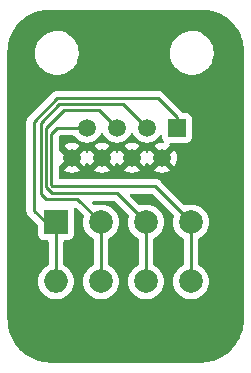
<source format=gbr>
%TF.GenerationSoftware,KiCad,Pcbnew,7.0.9*%
%TF.CreationDate,2024-01-22T18:23:32+13:00*%
%TF.ProjectId,rj45_breakout,726a3435-5f62-4726-9561-6b6f75742e6b,rev?*%
%TF.SameCoordinates,Original*%
%TF.FileFunction,Copper,L1,Top*%
%TF.FilePolarity,Positive*%
%FSLAX46Y46*%
G04 Gerber Fmt 4.6, Leading zero omitted, Abs format (unit mm)*
G04 Created by KiCad (PCBNEW 7.0.9) date 2024-01-22 18:23:32*
%MOMM*%
%LPD*%
G01*
G04 APERTURE LIST*
%TA.AperFunction,ComponentPad*%
%ADD10R,1.500000X1.500000*%
%TD*%
%TA.AperFunction,ComponentPad*%
%ADD11C,1.500000*%
%TD*%
%TA.AperFunction,ComponentPad*%
%ADD12R,2.000000X2.000000*%
%TD*%
%TA.AperFunction,ComponentPad*%
%ADD13O,2.000000X2.000000*%
%TD*%
%TA.AperFunction,ComponentPad*%
%ADD14C,2.000000*%
%TD*%
%TA.AperFunction,Conductor*%
%ADD15C,0.250000*%
%TD*%
G04 APERTURE END LIST*
D10*
%TO.P,J1,1*%
%TO.N,Net-(J2-Pin_1)*%
X53350000Y-37000000D03*
D11*
%TO.P,J1,2*%
%TO.N,GND*%
X52080000Y-39540000D03*
%TO.P,J1,3*%
%TO.N,Net-(J2-Pin_2)*%
X50810000Y-37000000D03*
%TO.P,J1,4*%
%TO.N,GND*%
X49540000Y-39540000D03*
%TO.P,J1,5*%
%TO.N,Net-(J2-Pin_3)*%
X48270000Y-37000000D03*
%TO.P,J1,6*%
%TO.N,GND*%
X47000000Y-39540000D03*
%TO.P,J1,7*%
%TO.N,Net-(J2-Pin_4)*%
X45730000Y-37000000D03*
%TO.P,J1,8*%
%TO.N,GND*%
X44460000Y-39540000D03*
%TD*%
D12*
%TO.P,J2,1,Pin_1*%
%TO.N,Net-(J2-Pin_1)*%
X43110000Y-44996200D03*
D13*
X43110000Y-50000000D03*
D14*
%TO.P,J2,2,Pin_2*%
%TO.N,Net-(J2-Pin_2)*%
X46920000Y-44996200D03*
X46920000Y-50000000D03*
%TO.P,J2,3,Pin_3*%
%TO.N,Net-(J2-Pin_3)*%
X50730000Y-44996200D03*
X50730000Y-50000000D03*
%TO.P,J2,4,Pin_4*%
%TO.N,Net-(J2-Pin_4)*%
X54540000Y-44996200D03*
X54540000Y-50000000D03*
%TD*%
D15*
%TO.N,Net-(J2-Pin_1)*%
X41230000Y-36500000D02*
X41230000Y-44000000D01*
X53350000Y-36120000D02*
X51730000Y-34500000D01*
X42226200Y-44996200D02*
X43110000Y-44996200D01*
X43230000Y-34500000D02*
X41230000Y-36500000D01*
X41230000Y-44000000D02*
X42226200Y-44996200D01*
X51730000Y-34500000D02*
X43230000Y-34500000D01*
X53350000Y-37000000D02*
X53350000Y-36120000D01*
X43110000Y-44996200D02*
X43110000Y-50000000D01*
%TO.N,Net-(J2-Pin_2)*%
X41798198Y-42568198D02*
X42230000Y-43000000D01*
X42230000Y-43000000D02*
X44923800Y-43000000D01*
X43366396Y-35000000D02*
X41798198Y-36568198D01*
X44923800Y-43000000D02*
X46920000Y-44996200D01*
X48810000Y-35000000D02*
X43366396Y-35000000D01*
X46920000Y-44996200D02*
X46920000Y-50000000D01*
X50810000Y-37000000D02*
X48810000Y-35000000D01*
X41798198Y-36568198D02*
X41798198Y-42568198D01*
%TO.N,Net-(J2-Pin_3)*%
X48283800Y-42550000D02*
X50730000Y-44996200D01*
X50730000Y-44996200D02*
X50730000Y-50000000D01*
X42730000Y-42500000D02*
X42730000Y-42550000D01*
X42248198Y-42018198D02*
X42730000Y-42500000D01*
X46720000Y-35450000D02*
X43780000Y-35450000D01*
X42730000Y-42550000D02*
X48283800Y-42550000D01*
X42248198Y-36981802D02*
X42248198Y-42018198D01*
X48270000Y-37000000D02*
X46720000Y-35450000D01*
X43780000Y-35450000D02*
X42248198Y-36981802D01*
%TO.N,Net-(J2-Pin_4)*%
X51475602Y-41931802D02*
X54540000Y-44996200D01*
X54540000Y-44996200D02*
X54540000Y-50000000D01*
X45730000Y-37000000D02*
X43198198Y-37000000D01*
X42698198Y-37500000D02*
X42698198Y-41831802D01*
X42698198Y-41831802D02*
X42798198Y-41931802D01*
X43198198Y-37000000D02*
X42698198Y-37500000D01*
X42798198Y-41931802D02*
X51475602Y-41931802D01*
%TD*%
%TA.AperFunction,Conductor*%
%TO.N,GND*%
G36*
X49607865Y-37425041D02*
G01*
X49652381Y-37476414D01*
X49722898Y-37627639D01*
X49848402Y-37806877D01*
X50003123Y-37961598D01*
X50182361Y-38087102D01*
X50380670Y-38179575D01*
X50592023Y-38236207D01*
X50774926Y-38252208D01*
X50809998Y-38255277D01*
X50810000Y-38255277D01*
X50810002Y-38255277D01*
X50838254Y-38252805D01*
X51027977Y-38236207D01*
X51239330Y-38179575D01*
X51437639Y-38087102D01*
X51616877Y-37961598D01*
X51771598Y-37806877D01*
X51873928Y-37660734D01*
X51928502Y-37617112D01*
X51998000Y-37609918D01*
X52060355Y-37641441D01*
X52095769Y-37701670D01*
X52099500Y-37731858D01*
X52099500Y-37797869D01*
X52099501Y-37797876D01*
X52105908Y-37857483D01*
X52156202Y-37992328D01*
X52156204Y-37992331D01*
X52229975Y-38090877D01*
X52254393Y-38156339D01*
X52239542Y-38224612D01*
X52190137Y-38274018D01*
X52121865Y-38288871D01*
X52119904Y-38288715D01*
X52080005Y-38285225D01*
X52079999Y-38285225D01*
X51862115Y-38304287D01*
X51862105Y-38304289D01*
X51650849Y-38360894D01*
X51650840Y-38360898D01*
X51452614Y-38453332D01*
X51452612Y-38453333D01*
X51390428Y-38496875D01*
X51390427Y-38496875D01*
X52053553Y-39160000D01*
X52048514Y-39160000D01*
X51954908Y-39175620D01*
X51843372Y-39235980D01*
X51757478Y-39329286D01*
X51706535Y-39445426D01*
X51700821Y-39514373D01*
X51036875Y-38850427D01*
X51036875Y-38850428D01*
X50993333Y-38912612D01*
X50993332Y-38912614D01*
X50922382Y-39064767D01*
X50876209Y-39117206D01*
X50809016Y-39136358D01*
X50742135Y-39116142D01*
X50697618Y-39064767D01*
X50626668Y-38912615D01*
X50583123Y-38850428D01*
X49923808Y-39509742D01*
X49923938Y-39508186D01*
X49892805Y-39385245D01*
X49823441Y-39279075D01*
X49723361Y-39201179D01*
X49603411Y-39160000D01*
X49566448Y-39160000D01*
X50229572Y-38496875D01*
X50229571Y-38496873D01*
X50167391Y-38453335D01*
X49969159Y-38360898D01*
X49969150Y-38360894D01*
X49757894Y-38304289D01*
X49757884Y-38304287D01*
X49540001Y-38285225D01*
X49539999Y-38285225D01*
X49322115Y-38304287D01*
X49322105Y-38304289D01*
X49110849Y-38360894D01*
X49110840Y-38360898D01*
X48912614Y-38453332D01*
X48912612Y-38453333D01*
X48850428Y-38496875D01*
X48850427Y-38496875D01*
X49513553Y-39160000D01*
X49508514Y-39160000D01*
X49414908Y-39175620D01*
X49303372Y-39235980D01*
X49217478Y-39329286D01*
X49166535Y-39445426D01*
X49160821Y-39514373D01*
X48496875Y-38850427D01*
X48496875Y-38850428D01*
X48453333Y-38912612D01*
X48453332Y-38912614D01*
X48382382Y-39064767D01*
X48336209Y-39117206D01*
X48269016Y-39136358D01*
X48202135Y-39116142D01*
X48157618Y-39064767D01*
X48086668Y-38912615D01*
X48043123Y-38850428D01*
X47383808Y-39509742D01*
X47383938Y-39508186D01*
X47352805Y-39385245D01*
X47283441Y-39279075D01*
X47183361Y-39201179D01*
X47063411Y-39160000D01*
X47026448Y-39160000D01*
X47689572Y-38496875D01*
X47689571Y-38496873D01*
X47627391Y-38453335D01*
X47429159Y-38360898D01*
X47429150Y-38360894D01*
X47217894Y-38304289D01*
X47217884Y-38304287D01*
X47000001Y-38285225D01*
X46999999Y-38285225D01*
X46782115Y-38304287D01*
X46782105Y-38304289D01*
X46570849Y-38360894D01*
X46570840Y-38360898D01*
X46372614Y-38453332D01*
X46372612Y-38453333D01*
X46310428Y-38496875D01*
X46310427Y-38496875D01*
X46973553Y-39160000D01*
X46968514Y-39160000D01*
X46874908Y-39175620D01*
X46763372Y-39235980D01*
X46677478Y-39329286D01*
X46626535Y-39445426D01*
X46620821Y-39514373D01*
X45956875Y-38850427D01*
X45956875Y-38850428D01*
X45913333Y-38912612D01*
X45913332Y-38912614D01*
X45842382Y-39064767D01*
X45796209Y-39117206D01*
X45729016Y-39136358D01*
X45662135Y-39116142D01*
X45617618Y-39064767D01*
X45546668Y-38912615D01*
X45503123Y-38850428D01*
X44843808Y-39509742D01*
X44843938Y-39508186D01*
X44812805Y-39385245D01*
X44743441Y-39279075D01*
X44643361Y-39201179D01*
X44523411Y-39160000D01*
X44486448Y-39160000D01*
X45149572Y-38496875D01*
X45149571Y-38496873D01*
X45087391Y-38453335D01*
X44889159Y-38360898D01*
X44889150Y-38360894D01*
X44677894Y-38304289D01*
X44677884Y-38304287D01*
X44460001Y-38285225D01*
X44459999Y-38285225D01*
X44242115Y-38304287D01*
X44242105Y-38304289D01*
X44030849Y-38360894D01*
X44030840Y-38360898D01*
X43832614Y-38453332D01*
X43832612Y-38453333D01*
X43770428Y-38496875D01*
X43770427Y-38496875D01*
X44433553Y-39160000D01*
X44428514Y-39160000D01*
X44334908Y-39175620D01*
X44223372Y-39235980D01*
X44137478Y-39329286D01*
X44086535Y-39445426D01*
X44080821Y-39514373D01*
X43401845Y-38835397D01*
X43390003Y-38833017D01*
X43339821Y-38784401D01*
X43323698Y-38723257D01*
X43323698Y-37810452D01*
X43343383Y-37743413D01*
X43360017Y-37722771D01*
X43420969Y-37661819D01*
X43482292Y-37628334D01*
X43508650Y-37625500D01*
X44576851Y-37625500D01*
X44643890Y-37645185D01*
X44678423Y-37678374D01*
X44768402Y-37806877D01*
X44923123Y-37961598D01*
X45102361Y-38087102D01*
X45300670Y-38179575D01*
X45512023Y-38236207D01*
X45694926Y-38252208D01*
X45729998Y-38255277D01*
X45730000Y-38255277D01*
X45730002Y-38255277D01*
X45758254Y-38252805D01*
X45947977Y-38236207D01*
X46159330Y-38179575D01*
X46357639Y-38087102D01*
X46536877Y-37961598D01*
X46691598Y-37806877D01*
X46817102Y-37627639D01*
X46887618Y-37476414D01*
X46933790Y-37423977D01*
X47000984Y-37404825D01*
X47067865Y-37425041D01*
X47112381Y-37476414D01*
X47182898Y-37627639D01*
X47308402Y-37806877D01*
X47463123Y-37961598D01*
X47642361Y-38087102D01*
X47840670Y-38179575D01*
X48052023Y-38236207D01*
X48234926Y-38252208D01*
X48269998Y-38255277D01*
X48270000Y-38255277D01*
X48270002Y-38255277D01*
X48298254Y-38252805D01*
X48487977Y-38236207D01*
X48699330Y-38179575D01*
X48897639Y-38087102D01*
X49076877Y-37961598D01*
X49231598Y-37806877D01*
X49357102Y-37627639D01*
X49427618Y-37476414D01*
X49473790Y-37423977D01*
X49540984Y-37404825D01*
X49607865Y-37425041D01*
G37*
%TD.AperFunction*%
%TA.AperFunction,Conductor*%
G36*
X55526639Y-27000575D02*
G01*
X55595627Y-27003963D01*
X55677887Y-27008005D01*
X55871702Y-27018162D01*
X55877515Y-27018744D01*
X56047193Y-27043915D01*
X56222666Y-27071707D01*
X56228009Y-27072798D01*
X56397710Y-27115307D01*
X56566356Y-27160495D01*
X56571168Y-27161997D01*
X56737366Y-27221465D01*
X56780895Y-27238175D01*
X56899265Y-27283614D01*
X56903556Y-27285449D01*
X57063925Y-27361299D01*
X57217979Y-27439793D01*
X57221670Y-27441837D01*
X57374402Y-27533382D01*
X57519195Y-27627411D01*
X57522329Y-27629587D01*
X57665751Y-27735957D01*
X57799868Y-27844563D01*
X57802470Y-27846793D01*
X57933906Y-27965920D01*
X57936098Y-27968008D01*
X58057096Y-28089006D01*
X58059189Y-28091204D01*
X58109200Y-28146382D01*
X58178349Y-28222677D01*
X58180594Y-28225296D01*
X58289094Y-28359282D01*
X58395581Y-28502864D01*
X58397770Y-28506016D01*
X58483888Y-28638625D01*
X58491605Y-28650509D01*
X58583362Y-28803598D01*
X58585403Y-28807286D01*
X58663639Y-28960832D01*
X58739742Y-29121739D01*
X58741577Y-29126030D01*
X58803417Y-29287128D01*
X58863173Y-29454138D01*
X58864685Y-29458980D01*
X58909518Y-29626293D01*
X58952361Y-29797338D01*
X58953456Y-29802705D01*
X58980861Y-29975734D01*
X58998658Y-30095703D01*
X59000000Y-30113898D01*
X59000000Y-53597739D01*
X58998658Y-53615934D01*
X58979861Y-53742652D01*
X58949694Y-53933114D01*
X58948599Y-53938482D01*
X58904909Y-54112904D01*
X58856376Y-54294025D01*
X58854864Y-54298867D01*
X58793445Y-54470523D01*
X58727018Y-54643571D01*
X58725183Y-54647862D01*
X58646603Y-54814007D01*
X58562936Y-54978211D01*
X58560872Y-54981939D01*
X58465885Y-55140415D01*
X58365835Y-55294476D01*
X58363636Y-55297642D01*
X58253152Y-55446613D01*
X58137731Y-55589147D01*
X58135486Y-55591767D01*
X58011589Y-55728465D01*
X58009490Y-55730669D01*
X57880958Y-55859201D01*
X57878753Y-55861300D01*
X57741923Y-55985314D01*
X57739304Y-55987558D01*
X57597094Y-56102720D01*
X57447654Y-56213548D01*
X57444489Y-56215746D01*
X57291221Y-56315282D01*
X57131811Y-56410825D01*
X57128085Y-56412888D01*
X56965303Y-56495832D01*
X56797636Y-56575130D01*
X56793346Y-56576965D01*
X56622578Y-56642517D01*
X56448550Y-56704782D01*
X56443710Y-56706294D01*
X56266315Y-56753830D01*
X56088093Y-56798470D01*
X56082725Y-56799565D01*
X55899163Y-56828639D01*
X55719999Y-56855214D01*
X55714144Y-56855800D01*
X55516207Y-56866175D01*
X55350795Y-56874299D01*
X55347752Y-56874374D01*
X42676406Y-56874374D01*
X42673362Y-56874299D01*
X42519197Y-56866724D01*
X42374576Y-56859154D01*
X42310826Y-56855817D01*
X42304974Y-56855231D01*
X42127008Y-56828831D01*
X41942322Y-56799579D01*
X41936954Y-56798483D01*
X41759036Y-56753917D01*
X41581403Y-56706319D01*
X41576561Y-56704807D01*
X41576491Y-56704782D01*
X41518837Y-56684152D01*
X41402411Y-56642493D01*
X41231846Y-56577018D01*
X41227570Y-56575189D01*
X41059512Y-56495703D01*
X40897204Y-56413002D01*
X40893476Y-56410938D01*
X40733499Y-56315049D01*
X40580900Y-56215950D01*
X40577741Y-56213756D01*
X40427579Y-56102388D01*
X40286187Y-55987890D01*
X40283568Y-55985646D01*
X40145941Y-55860907D01*
X40143737Y-55858808D01*
X40016061Y-55731132D01*
X40013980Y-55728947D01*
X39889244Y-55591321D01*
X39887012Y-55588716D01*
X39772503Y-55447311D01*
X39661131Y-55297142D01*
X39658943Y-55293993D01*
X39559831Y-55141372D01*
X39463941Y-54981388D01*
X39461895Y-54977692D01*
X39379196Y-54815387D01*
X39299688Y-54647280D01*
X39297874Y-54643040D01*
X39232403Y-54472479D01*
X39220668Y-54439683D01*
X39170075Y-54298284D01*
X39168570Y-54293464D01*
X39120970Y-54115817D01*
X39076408Y-53937917D01*
X39075321Y-53932588D01*
X39046059Y-53747836D01*
X39019660Y-53569865D01*
X39019079Y-53564059D01*
X39008417Y-53360642D01*
X39003737Y-53265375D01*
X39000575Y-53200982D01*
X39000500Y-53197940D01*
X39000500Y-36480195D01*
X40599840Y-36480195D01*
X40604225Y-36526583D01*
X40604500Y-36532421D01*
X40604500Y-43917255D01*
X40602775Y-43932872D01*
X40603061Y-43932899D01*
X40602326Y-43940665D01*
X40604500Y-44009814D01*
X40604500Y-44039343D01*
X40604501Y-44039360D01*
X40605368Y-44046231D01*
X40605826Y-44052050D01*
X40607290Y-44098624D01*
X40607291Y-44098627D01*
X40612880Y-44117867D01*
X40616824Y-44136911D01*
X40619336Y-44156791D01*
X40636490Y-44200119D01*
X40638382Y-44205647D01*
X40651381Y-44250388D01*
X40661580Y-44267634D01*
X40670138Y-44285103D01*
X40677514Y-44303732D01*
X40704898Y-44341423D01*
X40708106Y-44346307D01*
X40731827Y-44386416D01*
X40731833Y-44386424D01*
X40745990Y-44400580D01*
X40758628Y-44415376D01*
X40770405Y-44431586D01*
X40770406Y-44431587D01*
X40806309Y-44461288D01*
X40810620Y-44465210D01*
X41341604Y-44996194D01*
X41573181Y-45227771D01*
X41606666Y-45289094D01*
X41609500Y-45315452D01*
X41609500Y-46044070D01*
X41609501Y-46044076D01*
X41615908Y-46103683D01*
X41666202Y-46238528D01*
X41666206Y-46238535D01*
X41752452Y-46353744D01*
X41752455Y-46353747D01*
X41867664Y-46439993D01*
X41867671Y-46439997D01*
X41912618Y-46456761D01*
X42002517Y-46490291D01*
X42062127Y-46496700D01*
X42360500Y-46496699D01*
X42427539Y-46516383D01*
X42473294Y-46569187D01*
X42484500Y-46620699D01*
X42484500Y-48558479D01*
X42464815Y-48625518D01*
X42419519Y-48667533D01*
X42286496Y-48739522D01*
X42286494Y-48739523D01*
X42090257Y-48892261D01*
X41921833Y-49075217D01*
X41785826Y-49283393D01*
X41685936Y-49511118D01*
X41624892Y-49752175D01*
X41624890Y-49752187D01*
X41604357Y-49999994D01*
X41604357Y-50000005D01*
X41624890Y-50247812D01*
X41624892Y-50247824D01*
X41685936Y-50488881D01*
X41785826Y-50716606D01*
X41921833Y-50924782D01*
X41921836Y-50924785D01*
X42090256Y-51107738D01*
X42286491Y-51260474D01*
X42505190Y-51378828D01*
X42740386Y-51459571D01*
X42985665Y-51500500D01*
X43234335Y-51500500D01*
X43479614Y-51459571D01*
X43714810Y-51378828D01*
X43933509Y-51260474D01*
X44129744Y-51107738D01*
X44298164Y-50924785D01*
X44434173Y-50716607D01*
X44534063Y-50488881D01*
X44595108Y-50247821D01*
X44615643Y-50000000D01*
X44595108Y-49752179D01*
X44534063Y-49511119D01*
X44434173Y-49283393D01*
X44298166Y-49075217D01*
X44276557Y-49051744D01*
X44129744Y-48892262D01*
X43933509Y-48739526D01*
X43933508Y-48739525D01*
X43933505Y-48739523D01*
X43933503Y-48739522D01*
X43800481Y-48667533D01*
X43750891Y-48618313D01*
X43735500Y-48558479D01*
X43735500Y-46620699D01*
X43755185Y-46553660D01*
X43807989Y-46507905D01*
X43859500Y-46496699D01*
X44157871Y-46496699D01*
X44157872Y-46496699D01*
X44217483Y-46490291D01*
X44352331Y-46439996D01*
X44467546Y-46353746D01*
X44553796Y-46238531D01*
X44604091Y-46103683D01*
X44610500Y-46044073D01*
X44610499Y-43948328D01*
X44604091Y-43888717D01*
X44603262Y-43881004D01*
X44604787Y-43880840D01*
X44608052Y-43819893D01*
X44648916Y-43763220D01*
X44713933Y-43737636D01*
X44782461Y-43751264D01*
X44812671Y-43773461D01*
X45456338Y-44417128D01*
X45489823Y-44478451D01*
X45488863Y-44535249D01*
X45434892Y-44748374D01*
X45434890Y-44748387D01*
X45414357Y-44996194D01*
X45414357Y-44996205D01*
X45434890Y-45244012D01*
X45434892Y-45244024D01*
X45495936Y-45485081D01*
X45595826Y-45712806D01*
X45731833Y-45920982D01*
X45731836Y-45920985D01*
X45900256Y-46103938D01*
X46022764Y-46199290D01*
X46096488Y-46256672D01*
X46096493Y-46256675D01*
X46229517Y-46328664D01*
X46279108Y-46377883D01*
X46294500Y-46437719D01*
X46294500Y-48558479D01*
X46274815Y-48625518D01*
X46229519Y-48667533D01*
X46096496Y-48739522D01*
X46096494Y-48739523D01*
X45900257Y-48892261D01*
X45731833Y-49075217D01*
X45595826Y-49283393D01*
X45495936Y-49511118D01*
X45434892Y-49752175D01*
X45434890Y-49752187D01*
X45414357Y-49999994D01*
X45414357Y-50000005D01*
X45434890Y-50247812D01*
X45434892Y-50247824D01*
X45495936Y-50488881D01*
X45595826Y-50716606D01*
X45731833Y-50924782D01*
X45731836Y-50924785D01*
X45900256Y-51107738D01*
X46096491Y-51260474D01*
X46315190Y-51378828D01*
X46550386Y-51459571D01*
X46795665Y-51500500D01*
X47044335Y-51500500D01*
X47289614Y-51459571D01*
X47524810Y-51378828D01*
X47743509Y-51260474D01*
X47939744Y-51107738D01*
X48108164Y-50924785D01*
X48244173Y-50716607D01*
X48344063Y-50488881D01*
X48405108Y-50247821D01*
X48425643Y-50000000D01*
X48405108Y-49752179D01*
X48344063Y-49511119D01*
X48244173Y-49283393D01*
X48108166Y-49075217D01*
X48086557Y-49051744D01*
X47939744Y-48892262D01*
X47743509Y-48739526D01*
X47743508Y-48739525D01*
X47743505Y-48739523D01*
X47743503Y-48739522D01*
X47610481Y-48667533D01*
X47560891Y-48618313D01*
X47545500Y-48558479D01*
X47545500Y-46437719D01*
X47565185Y-46370680D01*
X47610483Y-46328664D01*
X47611369Y-46328184D01*
X47743509Y-46256674D01*
X47939744Y-46103938D01*
X48108164Y-45920985D01*
X48244173Y-45712807D01*
X48344063Y-45485081D01*
X48405108Y-45244021D01*
X48425643Y-44996200D01*
X48405108Y-44748379D01*
X48344063Y-44507319D01*
X48331400Y-44478451D01*
X48244173Y-44279593D01*
X48108166Y-44071417D01*
X48086557Y-44047944D01*
X47939744Y-43888462D01*
X47743509Y-43735726D01*
X47743507Y-43735725D01*
X47743506Y-43735724D01*
X47524811Y-43617372D01*
X47524802Y-43617369D01*
X47289616Y-43536629D01*
X47044335Y-43495700D01*
X46795665Y-43495700D01*
X46550386Y-43536628D01*
X46470713Y-43563980D01*
X46400914Y-43567129D01*
X46342770Y-43534379D01*
X46195572Y-43387181D01*
X46162087Y-43325858D01*
X46167071Y-43256166D01*
X46208943Y-43200233D01*
X46274407Y-43175816D01*
X46283253Y-43175500D01*
X47973348Y-43175500D01*
X48040387Y-43195185D01*
X48061029Y-43211819D01*
X49266338Y-44417128D01*
X49299823Y-44478451D01*
X49298863Y-44535249D01*
X49244892Y-44748374D01*
X49244890Y-44748387D01*
X49224357Y-44996194D01*
X49224357Y-44996205D01*
X49244890Y-45244012D01*
X49244892Y-45244024D01*
X49305936Y-45485081D01*
X49405826Y-45712806D01*
X49541833Y-45920982D01*
X49541836Y-45920985D01*
X49710256Y-46103938D01*
X49832764Y-46199290D01*
X49906488Y-46256672D01*
X49906493Y-46256675D01*
X50039517Y-46328664D01*
X50089108Y-46377883D01*
X50104500Y-46437719D01*
X50104500Y-48558479D01*
X50084815Y-48625518D01*
X50039519Y-48667533D01*
X49906496Y-48739522D01*
X49906494Y-48739523D01*
X49710257Y-48892261D01*
X49541833Y-49075217D01*
X49405826Y-49283393D01*
X49305936Y-49511118D01*
X49244892Y-49752175D01*
X49244890Y-49752187D01*
X49224357Y-49999994D01*
X49224357Y-50000005D01*
X49244890Y-50247812D01*
X49244892Y-50247824D01*
X49305936Y-50488881D01*
X49405826Y-50716606D01*
X49541833Y-50924782D01*
X49541836Y-50924785D01*
X49710256Y-51107738D01*
X49906491Y-51260474D01*
X50125190Y-51378828D01*
X50360386Y-51459571D01*
X50605665Y-51500500D01*
X50854335Y-51500500D01*
X51099614Y-51459571D01*
X51334810Y-51378828D01*
X51553509Y-51260474D01*
X51749744Y-51107738D01*
X51918164Y-50924785D01*
X52054173Y-50716607D01*
X52154063Y-50488881D01*
X52215108Y-50247821D01*
X52235643Y-50000000D01*
X52215108Y-49752179D01*
X52154063Y-49511119D01*
X52054173Y-49283393D01*
X51918166Y-49075217D01*
X51896557Y-49051744D01*
X51749744Y-48892262D01*
X51553509Y-48739526D01*
X51553508Y-48739525D01*
X51553505Y-48739523D01*
X51553503Y-48739522D01*
X51420481Y-48667533D01*
X51370891Y-48618313D01*
X51355500Y-48558479D01*
X51355500Y-46437719D01*
X51375185Y-46370680D01*
X51420483Y-46328664D01*
X51421369Y-46328184D01*
X51553509Y-46256674D01*
X51749744Y-46103938D01*
X51918164Y-45920985D01*
X52054173Y-45712807D01*
X52154063Y-45485081D01*
X52215108Y-45244021D01*
X52235643Y-44996200D01*
X52215108Y-44748379D01*
X52154063Y-44507319D01*
X52141400Y-44478451D01*
X52054173Y-44279593D01*
X51918166Y-44071417D01*
X51896557Y-44047944D01*
X51749744Y-43888462D01*
X51553509Y-43735726D01*
X51553507Y-43735725D01*
X51553506Y-43735724D01*
X51334811Y-43617372D01*
X51334802Y-43617369D01*
X51099616Y-43536629D01*
X50854335Y-43495700D01*
X50605665Y-43495700D01*
X50360386Y-43536628D01*
X50280713Y-43563980D01*
X50210914Y-43567129D01*
X50152770Y-43534379D01*
X49387374Y-42768983D01*
X49353889Y-42707660D01*
X49358873Y-42637968D01*
X49400745Y-42582035D01*
X49466209Y-42557618D01*
X49475055Y-42557302D01*
X51165150Y-42557302D01*
X51232189Y-42576987D01*
X51252831Y-42593621D01*
X53076338Y-44417128D01*
X53109823Y-44478451D01*
X53108863Y-44535249D01*
X53054892Y-44748374D01*
X53054890Y-44748387D01*
X53034357Y-44996194D01*
X53034357Y-44996205D01*
X53054890Y-45244012D01*
X53054892Y-45244024D01*
X53115936Y-45485081D01*
X53215826Y-45712806D01*
X53351833Y-45920982D01*
X53351836Y-45920985D01*
X53520256Y-46103938D01*
X53642764Y-46199290D01*
X53716488Y-46256672D01*
X53716493Y-46256675D01*
X53849517Y-46328664D01*
X53899108Y-46377883D01*
X53914500Y-46437719D01*
X53914500Y-48558479D01*
X53894815Y-48625518D01*
X53849519Y-48667533D01*
X53716496Y-48739522D01*
X53716494Y-48739523D01*
X53520257Y-48892261D01*
X53351833Y-49075217D01*
X53215826Y-49283393D01*
X53115936Y-49511118D01*
X53054892Y-49752175D01*
X53054890Y-49752187D01*
X53034357Y-49999994D01*
X53034357Y-50000005D01*
X53054890Y-50247812D01*
X53054892Y-50247824D01*
X53115936Y-50488881D01*
X53215826Y-50716606D01*
X53351833Y-50924782D01*
X53351836Y-50924785D01*
X53520256Y-51107738D01*
X53716491Y-51260474D01*
X53935190Y-51378828D01*
X54170386Y-51459571D01*
X54415665Y-51500500D01*
X54664335Y-51500500D01*
X54909614Y-51459571D01*
X55144810Y-51378828D01*
X55363509Y-51260474D01*
X55559744Y-51107738D01*
X55728164Y-50924785D01*
X55864173Y-50716607D01*
X55964063Y-50488881D01*
X56025108Y-50247821D01*
X56045643Y-50000000D01*
X56025108Y-49752179D01*
X55964063Y-49511119D01*
X55864173Y-49283393D01*
X55728166Y-49075217D01*
X55706557Y-49051744D01*
X55559744Y-48892262D01*
X55363509Y-48739526D01*
X55363508Y-48739525D01*
X55363505Y-48739523D01*
X55363503Y-48739522D01*
X55230481Y-48667533D01*
X55180891Y-48618313D01*
X55165500Y-48558479D01*
X55165500Y-46437719D01*
X55185185Y-46370680D01*
X55230483Y-46328664D01*
X55231369Y-46328184D01*
X55363509Y-46256674D01*
X55559744Y-46103938D01*
X55728164Y-45920985D01*
X55864173Y-45712807D01*
X55964063Y-45485081D01*
X56025108Y-45244021D01*
X56045643Y-44996200D01*
X56025108Y-44748379D01*
X55964063Y-44507319D01*
X55951400Y-44478451D01*
X55864173Y-44279593D01*
X55728166Y-44071417D01*
X55706557Y-44047944D01*
X55559744Y-43888462D01*
X55363509Y-43735726D01*
X55363507Y-43735725D01*
X55363506Y-43735724D01*
X55144811Y-43617372D01*
X55144802Y-43617369D01*
X54909616Y-43536629D01*
X54664335Y-43495700D01*
X54415665Y-43495700D01*
X54170386Y-43536628D01*
X54090713Y-43563980D01*
X54020914Y-43567129D01*
X53962770Y-43534379D01*
X51976405Y-41548014D01*
X51966582Y-41535752D01*
X51966361Y-41535936D01*
X51961388Y-41529925D01*
X51910966Y-41482575D01*
X51900521Y-41472130D01*
X51890077Y-41461685D01*
X51884588Y-41457427D01*
X51880163Y-41453649D01*
X51846184Y-41421740D01*
X51846182Y-41421738D01*
X51846179Y-41421737D01*
X51828631Y-41412090D01*
X51812365Y-41401406D01*
X51796535Y-41389127D01*
X51753770Y-41370620D01*
X51748524Y-41368050D01*
X51707695Y-41345605D01*
X51707694Y-41345604D01*
X51688295Y-41340624D01*
X51669883Y-41334320D01*
X51651500Y-41326364D01*
X51651494Y-41326362D01*
X51605476Y-41319074D01*
X51599754Y-41317889D01*
X51554623Y-41306302D01*
X51554621Y-41306302D01*
X51534586Y-41306302D01*
X51515188Y-41304775D01*
X51507764Y-41303599D01*
X51495407Y-41301642D01*
X51495406Y-41301642D01*
X51449018Y-41306027D01*
X51443180Y-41306302D01*
X43447698Y-41306302D01*
X43380659Y-41286617D01*
X43334904Y-41233813D01*
X43323698Y-41182302D01*
X43323698Y-40356742D01*
X43343383Y-40289703D01*
X43396187Y-40243948D01*
X43403812Y-40242634D01*
X44076191Y-39570255D01*
X44076062Y-39571814D01*
X44107195Y-39694755D01*
X44176559Y-39800925D01*
X44276639Y-39878821D01*
X44396589Y-39920000D01*
X44433553Y-39920000D01*
X43770426Y-40583124D01*
X43832611Y-40626666D01*
X43832613Y-40626667D01*
X44030840Y-40719101D01*
X44030849Y-40719105D01*
X44242105Y-40775710D01*
X44242115Y-40775712D01*
X44459999Y-40794775D01*
X44460001Y-40794775D01*
X44677884Y-40775712D01*
X44677894Y-40775710D01*
X44889150Y-40719105D01*
X44889159Y-40719101D01*
X45087387Y-40626666D01*
X45149572Y-40583124D01*
X44486448Y-39920000D01*
X44491486Y-39920000D01*
X44585092Y-39904380D01*
X44696628Y-39844020D01*
X44782522Y-39750714D01*
X44833465Y-39634574D01*
X44839178Y-39565626D01*
X45503124Y-40229572D01*
X45546666Y-40167387D01*
X45617618Y-40015232D01*
X45663790Y-39962793D01*
X45730984Y-39943641D01*
X45797865Y-39963857D01*
X45842382Y-40015232D01*
X45913335Y-40167391D01*
X45956873Y-40229571D01*
X45956875Y-40229572D01*
X46616191Y-39570255D01*
X46616062Y-39571814D01*
X46647195Y-39694755D01*
X46716559Y-39800925D01*
X46816639Y-39878821D01*
X46936589Y-39920000D01*
X46973553Y-39920000D01*
X46310426Y-40583124D01*
X46372611Y-40626666D01*
X46372613Y-40626667D01*
X46570840Y-40719101D01*
X46570849Y-40719105D01*
X46782105Y-40775710D01*
X46782115Y-40775712D01*
X46999999Y-40794775D01*
X47000001Y-40794775D01*
X47217884Y-40775712D01*
X47217894Y-40775710D01*
X47429150Y-40719105D01*
X47429159Y-40719101D01*
X47627387Y-40626666D01*
X47689572Y-40583124D01*
X47026448Y-39920000D01*
X47031486Y-39920000D01*
X47125092Y-39904380D01*
X47236628Y-39844020D01*
X47322522Y-39750714D01*
X47373465Y-39634574D01*
X47379178Y-39565625D01*
X48043124Y-40229572D01*
X48086666Y-40167387D01*
X48157618Y-40015232D01*
X48203790Y-39962793D01*
X48270984Y-39943641D01*
X48337865Y-39963857D01*
X48382382Y-40015232D01*
X48453335Y-40167391D01*
X48496873Y-40229571D01*
X48496875Y-40229572D01*
X49156191Y-39570255D01*
X49156062Y-39571814D01*
X49187195Y-39694755D01*
X49256559Y-39800925D01*
X49356639Y-39878821D01*
X49476589Y-39920000D01*
X49513553Y-39920000D01*
X48850426Y-40583124D01*
X48912611Y-40626666D01*
X48912613Y-40626667D01*
X49110840Y-40719101D01*
X49110849Y-40719105D01*
X49322105Y-40775710D01*
X49322115Y-40775712D01*
X49539999Y-40794775D01*
X49540001Y-40794775D01*
X49757884Y-40775712D01*
X49757894Y-40775710D01*
X49969150Y-40719105D01*
X49969159Y-40719101D01*
X50167387Y-40626666D01*
X50229572Y-40583124D01*
X49566448Y-39920000D01*
X49571486Y-39920000D01*
X49665092Y-39904380D01*
X49776628Y-39844020D01*
X49862522Y-39750714D01*
X49913465Y-39634574D01*
X49919178Y-39565625D01*
X50583124Y-40229572D01*
X50626666Y-40167387D01*
X50697618Y-40015232D01*
X50743790Y-39962793D01*
X50810984Y-39943641D01*
X50877865Y-39963857D01*
X50922382Y-40015232D01*
X50993335Y-40167391D01*
X51036873Y-40229571D01*
X51036875Y-40229572D01*
X51696191Y-39570255D01*
X51696062Y-39571814D01*
X51727195Y-39694755D01*
X51796559Y-39800925D01*
X51896639Y-39878821D01*
X52016589Y-39920000D01*
X52053553Y-39920000D01*
X51390426Y-40583124D01*
X51452611Y-40626666D01*
X51452613Y-40626667D01*
X51650840Y-40719101D01*
X51650849Y-40719105D01*
X51862105Y-40775710D01*
X51862115Y-40775712D01*
X52079999Y-40794775D01*
X52080001Y-40794775D01*
X52297884Y-40775712D01*
X52297894Y-40775710D01*
X52509150Y-40719105D01*
X52509159Y-40719101D01*
X52707387Y-40626666D01*
X52769572Y-40583124D01*
X52106448Y-39920000D01*
X52111486Y-39920000D01*
X52205092Y-39904380D01*
X52316628Y-39844020D01*
X52402522Y-39750714D01*
X52453465Y-39634574D01*
X52459178Y-39565625D01*
X53123124Y-40229572D01*
X53166666Y-40167387D01*
X53259101Y-39969159D01*
X53259105Y-39969150D01*
X53315710Y-39757894D01*
X53315712Y-39757884D01*
X53334775Y-39540000D01*
X53334775Y-39539999D01*
X53315712Y-39322115D01*
X53315710Y-39322105D01*
X53259105Y-39110849D01*
X53259101Y-39110840D01*
X53166668Y-38912615D01*
X53123123Y-38850428D01*
X52463808Y-39509742D01*
X52463938Y-39508186D01*
X52432805Y-39385245D01*
X52363441Y-39279075D01*
X52263361Y-39201179D01*
X52143411Y-39160000D01*
X52106448Y-39160000D01*
X52769572Y-38496875D01*
X52769571Y-38496873D01*
X52739867Y-38476074D01*
X52696242Y-38421497D01*
X52689049Y-38351999D01*
X52720571Y-38289644D01*
X52780801Y-38254230D01*
X52810983Y-38250499D01*
X54147872Y-38250499D01*
X54207483Y-38244091D01*
X54342331Y-38193796D01*
X54457546Y-38107546D01*
X54543796Y-37992331D01*
X54594091Y-37857483D01*
X54600500Y-37797873D01*
X54600499Y-36202128D01*
X54594091Y-36142517D01*
X54589206Y-36129420D01*
X54543797Y-36007671D01*
X54543793Y-36007664D01*
X54457547Y-35892455D01*
X54457544Y-35892452D01*
X54342335Y-35806206D01*
X54342328Y-35806202D01*
X54207482Y-35755908D01*
X54207483Y-35755908D01*
X54147883Y-35749501D01*
X54147881Y-35749500D01*
X54147873Y-35749500D01*
X54147865Y-35749500D01*
X53917157Y-35749500D01*
X53850118Y-35729815D01*
X53816836Y-35698381D01*
X53809594Y-35688412D01*
X53773688Y-35658709D01*
X53769376Y-35654786D01*
X52230803Y-34116212D01*
X52220980Y-34103950D01*
X52220759Y-34104134D01*
X52215786Y-34098123D01*
X52197159Y-34080631D01*
X52165364Y-34050773D01*
X52154919Y-34040328D01*
X52144475Y-34029883D01*
X52138986Y-34025625D01*
X52134561Y-34021847D01*
X52100582Y-33989938D01*
X52100580Y-33989936D01*
X52100577Y-33989935D01*
X52083029Y-33980288D01*
X52066763Y-33969604D01*
X52050933Y-33957325D01*
X52008168Y-33938818D01*
X52002922Y-33936248D01*
X51962093Y-33913803D01*
X51962092Y-33913802D01*
X51942693Y-33908822D01*
X51924281Y-33902518D01*
X51905898Y-33894562D01*
X51905892Y-33894560D01*
X51859874Y-33887272D01*
X51854152Y-33886087D01*
X51809021Y-33874500D01*
X51809019Y-33874500D01*
X51788984Y-33874500D01*
X51769586Y-33872973D01*
X51762162Y-33871797D01*
X51749805Y-33869840D01*
X51749804Y-33869840D01*
X51703416Y-33874225D01*
X51697578Y-33874500D01*
X43312738Y-33874500D01*
X43297121Y-33872776D01*
X43297094Y-33873062D01*
X43289332Y-33872327D01*
X43220204Y-33874500D01*
X43190650Y-33874500D01*
X43189929Y-33874590D01*
X43183757Y-33875369D01*
X43177945Y-33875826D01*
X43131373Y-33877290D01*
X43131372Y-33877290D01*
X43112129Y-33882881D01*
X43093079Y-33886825D01*
X43073211Y-33889334D01*
X43073209Y-33889335D01*
X43029884Y-33906488D01*
X43024357Y-33908380D01*
X42979610Y-33921381D01*
X42979609Y-33921382D01*
X42962367Y-33931579D01*
X42944899Y-33940137D01*
X42926269Y-33947513D01*
X42926267Y-33947514D01*
X42888576Y-33974898D01*
X42883694Y-33978105D01*
X42843579Y-34001830D01*
X42829408Y-34016000D01*
X42814623Y-34028628D01*
X42798412Y-34040407D01*
X42768709Y-34076310D01*
X42764777Y-34080631D01*
X40846208Y-35999199D01*
X40833951Y-36009020D01*
X40834134Y-36009241D01*
X40828123Y-36014213D01*
X40780772Y-36064636D01*
X40759889Y-36085519D01*
X40759877Y-36085532D01*
X40755621Y-36091017D01*
X40751837Y-36095447D01*
X40719937Y-36129418D01*
X40719936Y-36129420D01*
X40710284Y-36146976D01*
X40699610Y-36163226D01*
X40687329Y-36179061D01*
X40687324Y-36179068D01*
X40668815Y-36221838D01*
X40666245Y-36227084D01*
X40643803Y-36267906D01*
X40638822Y-36287307D01*
X40632521Y-36305710D01*
X40624562Y-36324102D01*
X40624561Y-36324105D01*
X40617271Y-36370127D01*
X40616087Y-36375846D01*
X40604501Y-36420972D01*
X40604500Y-36420982D01*
X40604500Y-36441016D01*
X40602973Y-36460415D01*
X40599840Y-36480194D01*
X40599840Y-36480195D01*
X39000500Y-36480195D01*
X39000500Y-30717763D01*
X41335787Y-30717763D01*
X41365413Y-30987013D01*
X41365415Y-30987024D01*
X41433926Y-31249082D01*
X41433928Y-31249088D01*
X41539870Y-31498390D01*
X41611998Y-31616575D01*
X41680979Y-31729605D01*
X41680986Y-31729615D01*
X41854253Y-31937819D01*
X41854259Y-31937824D01*
X42055998Y-32118582D01*
X42281910Y-32268044D01*
X42527176Y-32383020D01*
X42527183Y-32383022D01*
X42527185Y-32383023D01*
X42786557Y-32461057D01*
X42786564Y-32461058D01*
X42786569Y-32461060D01*
X43054561Y-32500500D01*
X43054566Y-32500500D01*
X43257636Y-32500500D01*
X43309133Y-32496730D01*
X43460156Y-32485677D01*
X43572758Y-32460593D01*
X43724546Y-32426782D01*
X43724548Y-32426781D01*
X43724553Y-32426780D01*
X43977558Y-32330014D01*
X44213777Y-32197441D01*
X44428177Y-32031888D01*
X44616186Y-31836881D01*
X44773799Y-31616579D01*
X44847787Y-31472669D01*
X44897649Y-31375690D01*
X44897651Y-31375684D01*
X44897656Y-31375675D01*
X44985118Y-31119305D01*
X45034319Y-30852933D01*
X45039259Y-30717763D01*
X52765787Y-30717763D01*
X52795413Y-30987013D01*
X52795415Y-30987024D01*
X52863926Y-31249082D01*
X52863928Y-31249088D01*
X52969870Y-31498390D01*
X53041998Y-31616575D01*
X53110979Y-31729605D01*
X53110986Y-31729615D01*
X53284253Y-31937819D01*
X53284259Y-31937824D01*
X53485998Y-32118582D01*
X53711910Y-32268044D01*
X53957176Y-32383020D01*
X53957183Y-32383022D01*
X53957185Y-32383023D01*
X54216557Y-32461057D01*
X54216564Y-32461058D01*
X54216569Y-32461060D01*
X54484561Y-32500500D01*
X54484566Y-32500500D01*
X54687636Y-32500500D01*
X54739133Y-32496730D01*
X54890156Y-32485677D01*
X55002758Y-32460593D01*
X55154546Y-32426782D01*
X55154548Y-32426781D01*
X55154553Y-32426780D01*
X55407558Y-32330014D01*
X55643777Y-32197441D01*
X55858177Y-32031888D01*
X56046186Y-31836881D01*
X56203799Y-31616579D01*
X56277787Y-31472669D01*
X56327649Y-31375690D01*
X56327651Y-31375684D01*
X56327656Y-31375675D01*
X56415118Y-31119305D01*
X56464319Y-30852933D01*
X56474212Y-30582235D01*
X56444586Y-30312982D01*
X56376072Y-30050912D01*
X56270130Y-29801610D01*
X56129018Y-29570390D01*
X56127845Y-29568981D01*
X55955746Y-29362180D01*
X55955740Y-29362175D01*
X55754002Y-29181418D01*
X55528092Y-29031957D01*
X55463217Y-29001545D01*
X55282824Y-28916980D01*
X55282819Y-28916978D01*
X55282814Y-28916976D01*
X55023442Y-28838942D01*
X55023428Y-28838939D01*
X54907791Y-28821921D01*
X54755439Y-28799500D01*
X54552369Y-28799500D01*
X54552364Y-28799500D01*
X54349844Y-28814323D01*
X54349831Y-28814325D01*
X54085453Y-28873217D01*
X54085446Y-28873220D01*
X53832439Y-28969987D01*
X53596226Y-29102557D01*
X53381822Y-29268112D01*
X53193822Y-29463109D01*
X53193816Y-29463116D01*
X53036202Y-29683419D01*
X53036199Y-29683424D01*
X52912350Y-29924309D01*
X52912343Y-29924327D01*
X52824884Y-30180685D01*
X52824881Y-30180699D01*
X52775681Y-30447068D01*
X52775680Y-30447075D01*
X52765787Y-30717763D01*
X45039259Y-30717763D01*
X45044212Y-30582235D01*
X45014586Y-30312982D01*
X44946072Y-30050912D01*
X44840130Y-29801610D01*
X44699018Y-29570390D01*
X44697845Y-29568981D01*
X44525746Y-29362180D01*
X44525740Y-29362175D01*
X44324002Y-29181418D01*
X44098092Y-29031957D01*
X44033217Y-29001545D01*
X43852824Y-28916980D01*
X43852819Y-28916978D01*
X43852814Y-28916976D01*
X43593442Y-28838942D01*
X43593428Y-28838939D01*
X43477791Y-28821921D01*
X43325439Y-28799500D01*
X43122369Y-28799500D01*
X43122364Y-28799500D01*
X42919844Y-28814323D01*
X42919831Y-28814325D01*
X42655453Y-28873217D01*
X42655446Y-28873220D01*
X42402439Y-28969987D01*
X42166226Y-29102557D01*
X41951822Y-29268112D01*
X41763822Y-29463109D01*
X41763816Y-29463116D01*
X41606202Y-29683419D01*
X41606199Y-29683424D01*
X41482350Y-29924309D01*
X41482343Y-29924327D01*
X41394884Y-30180685D01*
X41394881Y-30180699D01*
X41345681Y-30447068D01*
X41345680Y-30447075D01*
X41335787Y-30717763D01*
X39000500Y-30717763D01*
X39000500Y-30501528D01*
X39000575Y-30498486D01*
X39003100Y-30447067D01*
X39007995Y-30347421D01*
X39018164Y-30153388D01*
X39018744Y-30147594D01*
X39043858Y-29978287D01*
X39071717Y-29802396D01*
X39072801Y-29797083D01*
X39115210Y-29627776D01*
X39160529Y-29458644D01*
X39162013Y-29453891D01*
X39221338Y-29288089D01*
X39283668Y-29125717D01*
X39285492Y-29121455D01*
X39294430Y-29102557D01*
X39361145Y-28961499D01*
X39439877Y-28806982D01*
X39441915Y-28803299D01*
X39533192Y-28651013D01*
X39627560Y-28505701D01*
X39629724Y-28502586D01*
X39735718Y-28359670D01*
X39736033Y-28359282D01*
X39844785Y-28224983D01*
X39846970Y-28222434D01*
X39965703Y-28091433D01*
X39967717Y-28089318D01*
X40089318Y-27967717D01*
X40091433Y-27965703D01*
X40222434Y-27846970D01*
X40224983Y-27844785D01*
X40359656Y-27735728D01*
X40502586Y-27629724D01*
X40505701Y-27627560D01*
X40651013Y-27533192D01*
X40803299Y-27441915D01*
X40806982Y-27439877D01*
X40961499Y-27361145D01*
X41121462Y-27285488D01*
X41125717Y-27283668D01*
X41288089Y-27221338D01*
X41453891Y-27162013D01*
X41458644Y-27160529D01*
X41627776Y-27115210D01*
X41797083Y-27072801D01*
X41802396Y-27071717D01*
X41978287Y-27043858D01*
X42147594Y-27018744D01*
X42153388Y-27018164D01*
X42347421Y-27007995D01*
X42445332Y-27003185D01*
X42498487Y-27000575D01*
X42501529Y-27000500D01*
X55523596Y-27000500D01*
X55526639Y-27000575D01*
G37*
%TD.AperFunction*%
%TD*%
M02*

</source>
